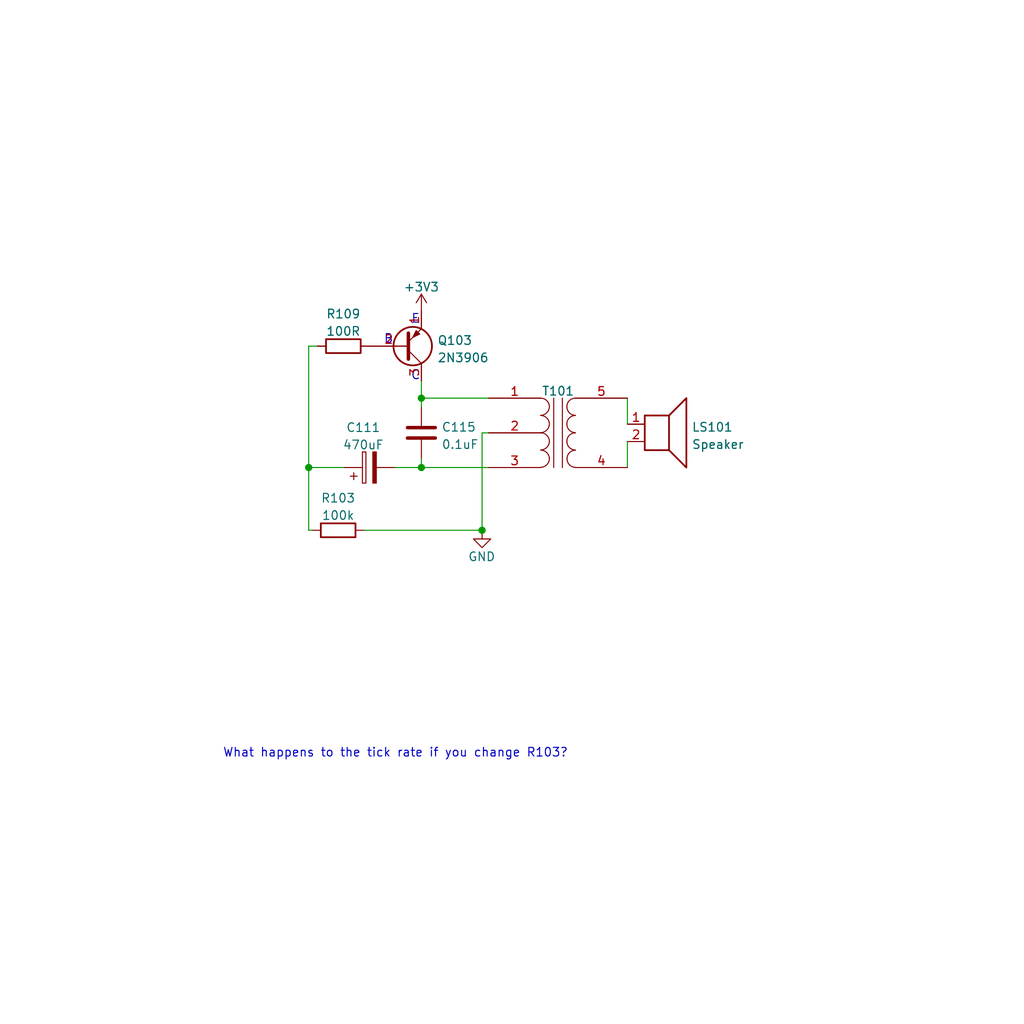
<source format=kicad_sch>
(kicad_sch (version 20211123) (generator eeschema)
  (paper "User" 150.012 150.012)
  (lib_symbols
    (symbol "Device:C" (pin_numbers hide) (pin_names (offset 0.254))
      (property "Reference" "C" (at 0.635 2.54 0))
      (property "Value" "C" (at 0.635 -2.54 0))
      (symbol "C_0_1"
        (polyline (pts (xy -2.032 -0.762) (xy 2.032 -0.762)) (stroke (width 0.508)))
        (polyline (pts (xy -2.032 0.762) (xy 2.032 0.762)) (stroke (width 0.508)))
      )
      (symbol "C_1_1"
        (pin passive line (at 0 3.81 270) (length 2.794) (name "~") (number "1"))
        (pin passive line (at 0 -3.81 90) (length 2.794) (name "~") (number "2"))
      )
    )
    (symbol "Device:C_Polarized" (pin_numbers hide) (pin_names (offset 0.254))
      (property "Reference" "C" (at 0.635 2.54 0))
      (property "Value" "C_Polarized" (at 0.635 -2.54 0))
      (symbol "C_Polarized_0_1"
        (rectangle (start -2.286 0.508) (end 2.286 1.016))
        (polyline (pts (xy -1.778 2.286) (xy -0.762 2.286)))
        (polyline (pts (xy -1.27 2.794) (xy -1.27 1.778)))
        (rectangle (start 2.286 -0.508) (end -2.286 -1.016) (fill (type outline)))
      )
      (symbol "C_Polarized_1_1"
        (pin passive line (at 0 3.81 270) (length 2.794) (name "~") (number "1"))
        (pin passive line (at 0 -3.81 90) (length 2.794) (name "~") (number "2"))
      )
    )
    (symbol "Device:R" (pin_numbers hide) (pin_names (offset 0))
      (property "Reference" "R" (at 2.032 0 90))
      (property "Value" "R" (at 0 0 90))
      (symbol "R_0_1"
        (rectangle (start -1.016 -2.54) (end 1.016 2.54) (stroke (width 0.254)))
      )
      (symbol "R_1_1"
        (pin passive line (at 0 3.81 270) (length 1.27) (name "~") (number "1"))
        (pin passive line (at 0 -3.81 90) (length 1.27) (name "~") (number "2"))
      )
    )
    (symbol "Device:Speaker" (pin_names (offset 0) hide)
      (property "Reference" "LS" (at 1.27 5.715 0))
      (property "Value" "Speaker" (at 1.27 3.81 0))
      (symbol "Speaker_0_0"
        (rectangle (start -2.54 1.27) (end 1.016 -3.81) (stroke (width 0.254)))
        (polyline (pts (xy 1.016 1.27) (xy 3.556 3.81) (xy 3.556 -6.35) (xy 1.016 -3.81)) (stroke (width 0.254)))
      )
      (symbol "Speaker_1_1"
        (pin input line (at -5.08 0 0) (length 2.54) (name "1") (number "1"))
        (pin input line (at -5.08 -2.54 0) (length 2.54) (name "2") (number "2"))
      )
    )
    (symbol "Device:Transformer_SP_1S" (pin_names (offset 1.016) hide)
      (property "Reference" "T" (at 0 6.35 0))
      (property "Value" "Transformer_SP_1S" (at 0 -7.62 0))
      (symbol "Transformer_SP_1S_0_1"
        (arc (start -2.54 -5.0546) (mid -1.6599 -4.6901) (end -1.27 -3.81))
        (arc (start -2.54 -2.5146) (mid -1.6599 -2.1501) (end -1.27 -1.27))
        (arc (start -2.54 0.0254) (mid -1.6599 0.3899) (end -1.27 1.27))
        (arc (start -2.54 2.5654) (mid -1.6599 2.9299) (end -1.27 3.81))
        (arc (start -1.27 -3.81) (mid -1.642 -2.912) (end -2.54 -2.54))
        (arc (start -1.27 -1.27) (mid -1.642 -0.372) (end -2.54 0))
        (arc (start -1.27 1.27) (mid -1.642 2.168) (end -2.54 2.54))
        (arc (start -1.27 3.81) (mid -1.642 4.708) (end -2.54 5.08))
        (polyline (pts (xy -0.635 5.08) (xy -0.635 -5.08)))
        (polyline (pts (xy 0.635 -5.08) (xy 0.635 5.08)))
        (arc (start 1.2954 -1.27) (mid 1.6599 -2.1501) (end 2.54 -2.5146))
        (arc (start 1.2954 1.27) (mid 1.6599 0.3899) (end 2.54 0.0254))
        (arc (start 1.2954 3.81) (mid 1.6599 2.9299) (end 2.54 2.5654))
        (arc (start 1.3208 -3.81) (mid 1.6853 -4.6901) (end 2.5654 -5.0546))
        (arc (start 2.54 0) (mid 1.642 -0.372) (end 1.2954 -1.27))
        (arc (start 2.54 2.54) (mid 1.642 2.168) (end 1.2954 1.27))
        (arc (start 2.54 5.08) (mid 1.642 4.708) (end 1.2954 3.81))
        (arc (start 2.5654 -2.54) (mid 1.6674 -2.912) (end 1.3208 -3.81))
      )
      (symbol "Transformer_SP_1S_1_1"
        (pin passive line (at -10.16 5.08 0) (length 7.62) (name "PR1") (number "1"))
        (pin passive line (at -10.16 0 0) (length 7.62) (name "PM") (number "2"))
        (pin passive line (at -10.16 -5.08 0) (length 7.62) (name "PR2") (number "3"))
        (pin passive line (at 10.16 -5.08 180) (length 7.62) (name "S1") (number "4"))
        (pin passive line (at 10.16 5.08 180) (length 7.62) (name "S2") (number "5"))
      )
    )
    (symbol "Transistor_BJT:2N3906" (pin_names (offset 0) hide)
      (property "Reference" "Q" (at 5.08 1.905 0))
      (property "Value" "2N3906" (at 5.08 0 0))
      (symbol "2N3906_0_1"
        (polyline (pts (xy 0.635 0.635) (xy 2.54 2.54)))
        (polyline (pts (xy 0.635 -0.635) (xy 2.54 -2.54) (xy 2.54 -2.54)))
        (polyline (pts (xy 0.635 1.905) (xy 0.635 -1.905) (xy 0.635 -1.905)) (stroke (width 0.508)))
        (polyline (pts (xy 2.286 -1.778) (xy 1.778 -2.286) (xy 1.27 -1.27) (xy 2.286 -1.778) (xy 2.286 -1.778)) (fill (type outline)))
        (circle (center 1.27 0) (radius 2.8194) (stroke (width 0.254)))
      )
      (symbol "2N3906_1_1"
        (pin passive line (at 2.54 -5.08 90) (length 2.54) (name "E") (number "1"))
        (pin input line (at -5.08 0 0) (length 5.715) (name "B") (number "2"))
        (pin passive line (at 2.54 5.08 270) (length 2.54) (name "C") (number "3"))
      )
    )
    (symbol "power:+3V3" (power) (pin_names (offset 0))
      (property "Value" "+3V3" (at 0 3.556 0))
      (symbol "+3V3_0_1"
        (polyline (pts (xy -0.762 1.27) (xy 0 2.54)))
        (polyline (pts (xy 0 0) (xy 0 2.54)))
        (polyline (pts (xy 0 2.54) (xy 0.762 1.27)))
      )
      (symbol "+3V3_1_1"
        (pin power_in line (at 0 0 90) (length 0) hide (name "+3V3") (number "1"))
      )
    )
    (symbol "power:GND" (power) (pin_names (offset 0))
      (property "Value" "GND" (at 0 -3.81 0))
      (symbol "GND_0_1"
        (polyline (pts (xy 0 0) (xy 0 -1.27) (xy 1.27 -1.27) (xy 0 -2.54) (xy -1.27 -1.27) (xy 0 -1.27)))
      )
      (symbol "GND_1_1"
        (pin power_in line (at 0 0 270) (length 0) hide (name "GND") (number "1"))
      )
    )
  )
  (junction (at 45.212 68.4784))
  (junction (at 61.722 58.3184))
  (junction (at 70.612 77.6732))
  (junction (at 61.722 68.4784))
  (wire (pts (xy 70.612 63.3984) (xy 70.612 77.6732)))
  (wire (pts (xy 45.212 68.4784) (xy 50.292 68.4784)))
  (wire (pts (xy 71.5772 63.3984) (xy 70.612 63.3984)))
  (wire (pts (xy 61.722 58.3184) (xy 71.5772 58.3184)))
  (wire (pts (xy 91.8972 68.4784) (xy 91.8972 64.6684)))
  (wire (pts (xy 45.72 77.6732) (xy 45.212 77.6732)))
  (wire (pts (xy 45.212 68.4784) (xy 45.212 50.6984)))
  (wire (pts (xy 91.8972 62.1284) (xy 91.8972 58.3184)))
  (wire (pts (xy 45.212 50.6984) (xy 46.482 50.6984)))
  (wire (pts (xy 45.212 77.6732) (xy 45.212 68.4784)))
  (wire (pts (xy 61.722 68.4784) (xy 61.722 67.2084)))
  (wire (pts (xy 53.34 77.6732) (xy 70.612 77.6732)))
  (wire (pts (xy 61.722 59.5884) (xy 61.722 58.3184)))
  (wire (pts (xy 61.722 58.3184) (xy 61.722 55.7784)))
  (wire (pts (xy 71.5772 68.4784) (xy 61.722 68.4784)))
  (wire (pts (xy 57.912 68.4784) (xy 61.722 68.4784)))
  (text "What happens to the tick rate if you change R103?" (at 32.6136 111.1504 0) (effects (font (size 1.27 1.27)) (justify left bottom)))
  (text "E" (at 60.198 47.5996 0) (effects (font (size 1.27 1.27)) (justify left bottom)))
  (text "C" (at 60.1472 55.88 0) (effects (font (size 1.27 1.27)) (justify left bottom)))
  (text "B" (at 56.1848 50.546 0) (effects (font (size 1.27 1.27)) (justify left bottom)))
  (symbol (lib_id "Device:Transformer_SP_1S") (at 81.7372 63.3984 0) (unit 1)
    (property "Reference" "T101" (at 81.7499 57.2824 0))
    (property "Value" "Transformer_SP_1S" (effects hide))
  )
  (symbol (lib_id "Device:C_Polarized") (at 54.102 68.4784 90) (unit 1)
    (property "Reference" "C111" (at 53.213 62.6196 90))
    (property "Value" "470uF" (at 53.213 65.1565 90))
  )
  (symbol (lib_id "power:GND") (at 70.612 77.6732 0) (unit 1)
    (property "Reference" "#PWR048" (effects hide))
    (property "Value" "GND" (at 70.5612 81.534 0))
  )
  (symbol (lib_id "Transistor_BJT:2N3906") (at 59.182 50.6984 0) (mirror x) (unit 1)
    (property "Reference" "Q103" (at 64.0334 49.8637 0) (effects (justify left)))
    (property "Value" "2N3906" (at 64.0334 52.4006 0) (effects (justify left)))
    (property "Footprint" "Package_TO_SOT_THT:TO-92_Inline" (effects hide))
    (property "Datasheet" "https://www.onsemi.com/pub/Collateral/2N3906-D.PDF" (effects hide))
  )
  (symbol (lib_id "Device:C") (at 61.722 63.3984 0) (unit 1)
    (property "Reference" "C115" (at 64.643 62.5637 0) (effects (justify left)))
    (property "Value" "0.1uF" (at 64.643 65.1006 0) (effects (justify left)))
  )
  (symbol (lib_id "power:+3V3") (at 61.722 45.6184 0) (unit 1)
    (property "Reference" "#PWR?" (effects hide))
    (property "Value" "+3V3" (at 61.722 42.0426 0))
  )
  (symbol (lib_id "Device:Speaker") (at 96.9772 62.1284 0) (unit 1)
    (property "Reference" "LS101" (at 101.2952 62.5637 0) (effects (justify left)))
    (property "Value" "Speaker" (at 101.2952 65.1006 0) (effects (justify left)))
  )
  (symbol (lib_id "Device:R") (at 49.53 77.6732 90) (mirror x) (unit 1)
    (property "Reference" "R103" (at 49.53 72.9574 90))
    (property "Value" "100k" (at 49.53 75.4943 90))
  )
  (symbol (lib_id "Device:R") (at 50.292 50.6984 90) (unit 1)
    (property "Reference" "R109" (at 50.292 45.9826 90))
    (property "Value" "100R" (at 50.292 48.5195 90))
  )
)
</source>
